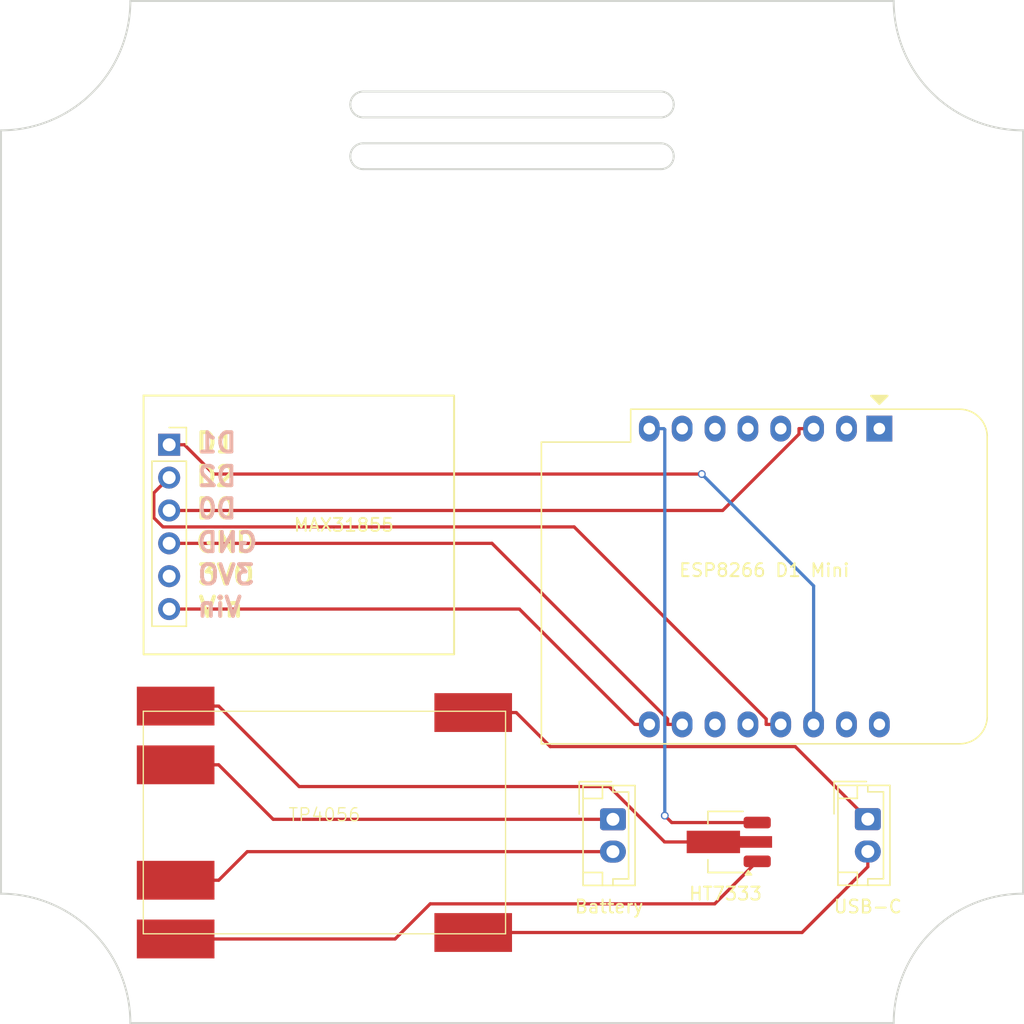
<source format=kicad_pcb>
(kicad_pcb (version 20241229) (generator "pcbnew") (generator_version "9.0")
  (layers (0 "F.Cu" signal) (2 "B.Cu" signal) (13 "F.Paste" user) (15 "B.Paste" user) (5 "F.SilkS" user "F.Silkscreen") (7 "B.SilkS" user "B.Silkscreen") (1 "F.Mask" user) (3 "B.Mask" user) (25 "Edge.Cuts" user))
  (net 0 "")
  (net 1 "Net-(J1-Battery_+)")
  (net 2 "Net-(J1-Battery_-)")
  (net 3 "Net-(J2-Vin+)")
  (net 4 "Net-(J2-Vin-)")
  (net 5 "Net-(M1-Vout-)")
  (net 6 "Net-(M1-Vout+)")
  (net 7 "Net-(U1-VOUT)")
  (net 8 "Net-(J3-GND)")
  (net 18 "Net-(J3-VIN)")
  (net 19 "Net-(J3-D0_DO)")
  (net 20 "Net-(J3-D2_CS)")
  (net 22 "Net-(J3-D1_CLK)")
  (footprint "Connector_JST:JST_EH_B2B-EH-A_1x02_P2.50mm_Vertical" (layer "F.Cu") (at 177 103.24 -90)
    (property "Reference" "USB-C" (at 6.76 0 0) (layer "F.SilkS"))
    (property "Value" "USB-C_Conn")
    (fp_line (start -2.91 2.61) (end -0.41 2.61) (stroke (width 0.12)) (layer "F.SilkS"))
    (fp_line (start -2.61 2.31) (end 5.11 2.31) (stroke (width 0.12)) (layer "F.SilkS"))
    (fp_line (start 5.11 2.31) (end 5.11 -1.71) (stroke (width 0.12)) (layer "F.SilkS"))
    (fp_line (start -2.61 0.81) (end -1.61 0.81) (stroke (width 0.12)) (layer "F.SilkS"))
    (fp_line (start -1.61 0.81) (end -1.61 2.31) (stroke (width 0.12)) (layer "F.SilkS"))
    (fp_line (start 4.11 0.81) (end 4.11 2.31) (stroke (width 0.12)) (layer "F.SilkS"))
    (fp_line (start 5.11 0.81) (end 4.11 0.81) (stroke (width 0.12)) (layer "F.SilkS"))
    (fp_line (start -2.91 0.11) (end -2.91 2.61) (stroke (width 0.12)) (layer "F.SilkS"))
    (fp_line (start -2.61 0) (end -2.11 0) (stroke (width 0.12)) (layer "F.SilkS"))
    (fp_line (start -2.11 0) (end -2.11 -1.21) (stroke (width 0.12)) (layer "F.SilkS"))
    (fp_line (start 4.61 0) (end 5.11 0) (stroke (width 0.12)) (layer "F.SilkS"))
    (fp_line (start -2.11 -1.21) (end 4.61 -1.21) (stroke (width 0.12)) (layer "F.SilkS"))
    (fp_line (start 4.61 -1.21) (end 4.61 0) (stroke (width 0.12)) (layer "F.SilkS"))
    (fp_line (start -2.61 -1.71) (end -2.61 2.31) (stroke (width 0.12)) (layer "F.SilkS"))
    (fp_line (start 5.11 -1.71) (end -2.61 -1.71) (stroke (width 0.12)) (layer "F.SilkS"))
    (pad "1" thru_hole roundrect (at 0 0 270) (size 1.7 2) (drill 1) (layers "*.Cu" "*.Mask") (roundrect_rratio 0.147059) (net 4 "Net-(J2-Vin-)"))
    (pad "2" thru_hole oval (at 2.5 0 270) (size 1.7 2) (drill 1) (layers "*.Cu" "*.Mask") (net 3 "Net-(J2-Vin+)"))
  )
  (footprint "RF_Module:WEMOS_D1_mini_light" (layer "F.Cu") (at 177.89 73.055 -90)
    (property "Reference" "ESP8266 D1 Mini" (at 10.945 8.89 180) (layer "F.SilkS"))
    (property "Value" "WEMOS_D1_mini")
    (fp_line (start 1.04 26.12) (end 24.36 26.12) (stroke (width 0.12)) (layer "F.SilkS"))
    (fp_line (start 24.36 26.12) (end 24.36 -6.21) (stroke (width 0.12)) (layer "F.SilkS"))
    (fp_line (start -1.5 19.22) (end 1.04 19.22) (stroke (width 0.12)) (layer "F.SilkS"))
    (fp_line (start -1.5 19.22) (end -1.5 -6.21) (stroke (width 0.12)) (layer "F.SilkS"))
    (fp_line (start 1.04 19.22) (end 1.04 26.12) (stroke (width 0.12)) (layer "F.SilkS"))
    (fp_line (start 22.24 -8.34) (end 0.63 -8.34) (stroke (width 0.12)) (layer "F.SilkS"))
    (fp_arc (start -1.5 -6.21) (mid -0.876137 -7.716137) (end 0.63 -8.34) (stroke (width 0.12)) (layer "F.SilkS"))
    (fp_arc (start 22.23 -8.34) (mid 23.736137 -7.716137) (end 24.36 -6.21) (stroke (width 0.12)) (layer "F.SilkS"))
    (fp_poly (pts (xy -2.54 -0.635) (xy -2.54 0.635) (xy -1.905 0)) (stroke (width 0.15)) (fill yes) (layer "F.SilkS"))
    (pad "1" thru_hole rect (at 0 0 270) (size 2 2) (drill 0.9) (layers "*.Cu" "*.Mask"))
    (pad "2" thru_hole oval (at 0 2.54 270) (size 2 1.6) (drill 0.9) (layers "*.Cu" "*.Mask"))
    (pad "3" thru_hole oval (at 0 5.08 270) (size 2 1.6) (drill 0.9) (layers "*.Cu" "*.Mask") (net 19 "Net-(J3-D0_DO)"))
    (pad "4" thru_hole oval (at 0 7.62 270) (size 2 1.6) (drill 0.9) (layers "*.Cu" "*.Mask"))
    (pad "5" thru_hole oval (at 0 10.16 270) (size 2 1.6) (drill 0.9) (layers "*.Cu" "*.Mask"))
    (pad "6" thru_hole oval (at 0 12.7 270) (size 2 1.6) (drill 0.9) (layers "*.Cu" "*.Mask"))
    (pad "7" thru_hole oval (at 0 15.24 270) (size 2 1.6) (drill 0.9) (layers "*.Cu" "*.Mask"))
    (pad "8" thru_hole oval (at 0 17.78 270) (size 2 1.6) (drill 0.9) (layers "*.Cu" "*.Mask") (net 7 "Net-(U1-VOUT)"))
    (pad "9" thru_hole oval (at 22.86 17.78 270) (size 2 1.6) (drill 0.9) (layers "*.Cu" "*.Mask") (net 18 "Net-(J3-VIN)"))
    (pad "10" thru_hole oval (at 22.86 15.24 270) (size 2 1.6) (drill 0.9) (layers "*.Cu" "*.Mask") (net 8 "Net-(J3-GND)"))
    (pad "11" thru_hole oval (at 22.86 12.7 270) (size 2 1.6) (drill 0.9) (layers "*.Cu" "*.Mask"))
    (pad "12" thru_hole oval (at 22.86 10.16 270) (size 2 1.6) (drill 0.9) (layers "*.Cu" "*.Mask"))
    (pad "13" thru_hole oval (at 22.86 7.62 270) (size 2 1.6) (drill 0.9) (layers "*.Cu" "*.Mask") (net 20 "Net-(J3-D2_CS)"))
    (pad "14" thru_hole oval (at 22.86 5.08 270) (size 2 1.6) (drill 0.9) (layers "*.Cu" "*.Mask") (net 22 "Net-(J3-D1_CLK)"))
    (pad "15" thru_hole oval (at 22.86 2.54 270) (size 2 1.6) (drill 0.9) (layers "*.Cu" "*.Mask"))
    (pad "16" thru_hole oval (at 22.86 0 270) (size 2 1.6) (drill 0.9) (layers "*.Cu" "*.Mask"))
  )
  (footprint "tp4056-module:tp4056-module" (layer "F.Cu") (at 149 94.9 180)
    (property "Reference" "TP4056" (at 14 -8 0) (layer "F.SilkS") (effects (font (thickness 0.1))))
    (property "Value" "~")
    (fp_line (start 28 -17.2) (end 28 0) (stroke (width 0.1)) (layer "F.SilkS"))
    (fp_line (start 0 0) (end 28 0) (stroke (width 0.1)) (layer "F.SilkS"))
    (fp_line (start 0 -17.2) (end 28 -17.2) (stroke (width 0.1)) (layer "F.SilkS"))
    (fp_line (start 0 -17.2) (end 0 0) (stroke (width 0.1)) (layer "F.SilkS"))
    (pad "1" smd rect (at 2.5 -17.1 180) (size 6 3) (layers "F.Cu" "F.Mask" "F.Paste") (net 3 "Net-(J2-Vin+)"))
    (pad "2" smd rect (at 2.5 -0.1 180) (size 6 3) (layers "F.Cu" "F.Mask" "F.Paste") (net 4 "Net-(J2-Vin-)"))
    (pad "3" smd rect (at 25.5 -17.6 180) (size 6 3) (layers "F.Cu" "F.Mask" "F.Paste") (net 6 "Net-(M1-Vout+)"))
    (pad "4" smd rect (at 25.5 0.4 180) (size 6 3) (layers "F.Cu" "F.Mask" "F.Paste") (net 5 "Net-(M1-Vout-)"))
    (pad "5" smd rect (at 25.5 -13.06 180) (size 6 3) (layers "F.Cu" "F.Mask" "F.Paste") (net 1 "Net-(J1-Battery_+)"))
    (pad "6" smd rect (at 25.5 -4.14 180) (size 6 3) (layers "F.Cu" "F.Mask" "F.Paste") (net 2 "Net-(J1-Battery_-)"))
  )
  (footprint "Connector_JST:JST_EH_B2B-EH-A_1x02_P2.50mm_Vertical" (layer "F.Cu") (at 157.3 103.25 -90)
    (property "Reference" "Battery" (at 6.75 0.3 180) (layer "F.SilkS"))
    (property "Value" "Battery_Conn")
    (fp_line (start -2.91 2.61) (end -0.41 2.61) (stroke (width 0.12)) (layer "F.SilkS"))
    (fp_line (start -2.61 2.31) (end 5.11 2.31) (stroke (width 0.12)) (layer "F.SilkS"))
    (fp_line (start 5.11 2.31) (end 5.11 -1.71) (stroke (width 0.12)) (layer "F.SilkS"))
    (fp_line (start -2.61 0.81) (end -1.61 0.81) (stroke (width 0.12)) (layer "F.SilkS"))
    (fp_line (start -1.61 0.81) (end -1.61 2.31) (stroke (width 0.12)) (layer "F.SilkS"))
    (fp_line (start 4.11 0.81) (end 4.11 2.31) (stroke (width 0.12)) (layer "F.SilkS"))
    (fp_line (start 5.11 0.81) (end 4.11 0.81) (stroke (width 0.12)) (layer "F.SilkS"))
    (fp_line (start -2.91 0.11) (end -2.91 2.61) (stroke (width 0.12)) (layer "F.SilkS"))
    (fp_line (start -2.61 0) (end -2.11 0) (stroke (width 0.12)) (layer "F.SilkS"))
    (fp_line (start -2.11 0) (end -2.11 -1.21) (stroke (width 0.12)) (layer "F.SilkS"))
    (fp_line (start 4.61 0) (end 5.11 0) (stroke (width 0.12)) (layer "F.SilkS"))
    (fp_line (start -2.11 -1.21) (end 4.61 -1.21) (stroke (width 0.12)) (layer "F.SilkS"))
    (fp_line (start 4.61 -1.21) (end 4.61 0) (stroke (width 0.12)) (layer "F.SilkS"))
    (fp_line (start -2.61 -1.71) (end -2.61 2.31) (stroke (width 0.12)) (layer "F.SilkS"))
    (fp_line (start 5.11 -1.71) (end -2.61 -1.71) (stroke (width 0.12)) (layer "F.SilkS"))
    (pad "1" thru_hole roundrect (at 0 0 270) (size 1.7 2) (drill 1) (layers "*.Cu" "*.Mask") (roundrect_rratio 0.147059) (net 2 "Net-(J1-Battery_-)"))
    (pad "2" thru_hole oval (at 2.5 0 270) (size 1.7 2) (drill 1) (layers "*.Cu" "*.Mask") (net 1 "Net-(J1-Battery_+)"))
  )
  (footprint "Package_TO_SOT_SMD:SOT-89-3_Handsoldering" (layer "F.Cu") (at 166 105 180)
    (property "Reference" "HT7333" (at 0 -4 0) (layer "F.SilkS"))
    (property "Value" "HT7333")
    (fp_line (start 1.36 2.36) (end -1.36 2.36) (stroke (width 0.12)) (layer "F.SilkS"))
    (fp_line (start 1.36 1.38) (end 1.36 2.36) (stroke (width 0.12)) (layer "F.SilkS"))
    (fp_line (start 1.36 -1.38) (end 1.36 -2.36) (stroke (width 0.12)) (layer "F.SilkS"))
    (fp_line (start -1.22 -2.36) (end 1.36 -2.36) (stroke (width 0.12)) (layer "F.SilkS"))
    (fp_line (start -1.36 -2.36) (end 1.36 -2.36) (stroke (width 0.12)) (layer "F.SilkS"))
    (fp_poly (pts (xy -1.77 -2.21) (xy -2.01 -2.54) (xy -1.53 -2.54) (xy -1.77 -2.21)) (stroke (width 0.12)) (fill yes) (layer "F.SilkS"))
    (pad "1" smd roundrect (at -2.45 -1.5 180) (size 2.1 0.9) (layers "F.Cu" "F.Mask" "F.Paste") (net 6 "Net-(M1-Vout+)"))
    (pad "2" smd custom (at -2.3625 0 180) (size 2.475 0.9) (layers "F.Cu" "F.Mask" "F.Paste") (net 5 "Net-(M1-Vout-)") (options (clearance outline) (anchor rect)) (primitives (gr_poly (pts (xy 5.3625 0.8665) (xy 1.2375 0.8665) (xy 1.2375 -0.8665) (xy 5.3625 -0.8665)) (width 0) (fill yes))))
    (pad "3" smd roundrect (at -2.45 1.5 180) (size 2.1 0.9) (layers "F.Cu" "F.Mask" "F.Paste") (net 7 "Net-(U1-VOUT)"))
  )
  (footprint "Connector_PinSocket_2.54mm:PinSocket_1x06_P2.54mm_Vertical" (layer "F.Cu") (at 123 74.3)
    (property "Reference" "MAX31855" (at 13.5 6.2 0) (layer "F.SilkS"))
    (property "Value" "MAX31855")
    (fp_line (start -1.33 1.27) (end -1.33 14.03) (stroke (width 0.12)) (layer "F.SilkS"))
    (fp_line (start -1.33 1.27) (end 1.33 1.27) (stroke (width 0.12)) (layer "F.SilkS"))
    (fp_line (start -1.33 14.03) (end 1.33 14.03) (stroke (width 0.12)) (layer "F.SilkS"))
    (fp_line (start 0 -1.33) (end 1.33 -1.33) (stroke (width 0.12)) (layer "F.SilkS"))
    (fp_line (start 1.33 -1.33) (end 1.33 0) (stroke (width 0.12)) (layer "F.SilkS"))
    (fp_line (start 1.33 1.27) (end 1.33 14.03) (stroke (width 0.12)) (layer "F.SilkS"))
    (pad "1" thru_hole rect (at 0 0) (size 1.7 1.7) (drill 1) (layers "*.Cu" "*.Mask") (net 22 "Net-(J3-D1_CLK)"))
    (pad "2" thru_hole circle (at 0 2.54) (size 1.7 1.7) (drill 1) (layers "*.Cu" "*.Mask") (net 20 "Net-(J3-D2_CS)"))
    (pad "3" thru_hole circle (at 0 5.08) (size 1.7 1.7) (drill 1) (layers "*.Cu" "*.Mask") (net 19 "Net-(J3-D0_DO)"))
    (pad "4" thru_hole circle (at 0 7.62) (size 1.7 1.7) (drill 1) (layers "*.Cu" "*.Mask") (net 8 "Net-(J3-GND)"))
    (pad "5" thru_hole circle (at 0 10.16) (size 1.7 1.7) (drill 1) (layers "*.Cu" "*.Mask"))
    (pad "6" thru_hole circle (at 0 12.7) (size 1.7 1.7) (drill 1) (layers "*.Cu" "*.Mask") (net 18 "Net-(J3-VIN)"))
  )
  (gr_rect (start 121.02325 70.5) (end 145.02325 90.5) (stroke (width 0.15)) (fill no) (layer "F.SilkS"))
  (gr_arc (start 189 50) (mid 181.928932 47.071068) (end 179.000001 40) (stroke (width 0.15)) (layer "Edge.Cuts"))
  (gr_line (start 110 109) (end 110 50) (stroke (width 0.15)) (layer "Edge.Cuts"))
  (gr_arc (start 137 52) (mid 137.292893 51.292893) (end 138 51) (stroke (width 0.15)) (layer "Edge.Cuts"))
  (gr_arc (start 162 48) (mid 161.707107 48.707107) (end 161 49) (stroke (width 0.15)) (layer "Edge.Cuts"))
  (gr_arc (start 161 51) (mid 161.707107 51.292893) (end 162 52) (stroke (width 0.15)) (layer "Edge.Cuts"))
  (gr_arc (start 179 119) (mid 181.928932 111.928932) (end 189 109) (stroke (width 0.15)) (layer "Edge.Cuts"))
  (gr_line (start 120 40) (end 179.000001 40) (stroke (width 0.15)) (layer "Edge.Cuts"))
  (gr_arc (start 138 53) (mid 137.292893 52.707107) (end 137 52) (stroke (width 0.15)) (layer "Edge.Cuts"))
  (gr_line (start 138 47) (end 161 47) (stroke (width 0.15)) (layer "Edge.Cuts"))
  (gr_arc (start 138 49) (mid 137.292893 48.707107) (end 137 48) (stroke (width 0.15)) (layer "Edge.Cuts"))
  (gr_arc (start 162 52) (mid 161.707107 52.707107) (end 161 53) (stroke (width 0.15)) (layer "Edge.Cuts"))
  (gr_arc (start 137 48) (mid 137.292893 47.292893) (end 138 47) (stroke (width 0.15)) (layer "Edge.Cuts"))
  (gr_line (start 120 119) (end 179 119) (stroke (width 0.15)) (layer "Edge.Cuts"))
  (gr_line (start 161 49) (end 138 49) (stroke (width 0.15)) (layer "Edge.Cuts"))
  (gr_arc (start 110 109) (mid 117.071068 111.928932) (end 120 119) (stroke (width 0.15)) (layer "Edge.Cuts"))
  (gr_arc (start 120 40) (mid 117.071068 47.071068) (end 110 50) (stroke (width 0.15)) (layer "Edge.Cuts"))
  (gr_line (start 188.999999 49.999999) (end 188.999999 109.000001) (stroke (width 0.15)) (layer "Edge.Cuts"))
  (gr_arc (start 161 47) (mid 161.707107 47.292893) (end 162 48) (stroke (width 0.15)) (layer "Edge.Cuts"))
  (gr_line (start 138 51) (end 161 51) (stroke (width 0.15)) (layer "Edge.Cuts"))
  (gr_line (start 161 53) (end 138 53) (stroke (width 0.15)) (layer "Edge.Cuts"))
  (gr_text "GND" (at 127.4 81.85 0) (layer "F.SilkS") (effects (font (size 1.5 1.5) (thickness 0.3))))
  (gr_text "D1" (at 126.6 74.15 0) (layer "F.SilkS") (effects (font (size 1.5 1.5) (thickness 0.3))))
  (gr_text "3VO" (at 127.4 84.35 0) (layer "F.SilkS") (effects (font (size 1.5 1.5) (thickness 0.3))))
  (gr_text "D2" (at 126.6 76.75 0) (layer "F.SilkS") (effects (font (size 1.5 1.5) (thickness 0.3))))
  (gr_text "Vin" (at 127 86.85 0) (layer "F.SilkS") (effects (font (size 1.5 1.5) (thickness 0.3))))
  (gr_text "D0" (at 126.6 79.25 0) (layer "F.SilkS") (effects (font (size 1.5 1.5) (thickness 0.3))))
  (gr_text "D1" (at 126.7 74.15 0) (layer "B.SilkS") (effects (font (size 1.5 1.5) (thickness 0.3)) (justify mirror)))
  (gr_text "D0" (at 126.7 79.25 0) (layer "B.SilkS") (effects (font (size 1.5 1.5) (thickness 0.3)) (justify mirror)))
  (gr_text "Vin" (at 126.9 86.85 0) (layer "B.SilkS") (effects (font (size 1.5 1.5) (thickness 0.3)) (justify mirror)))
  (gr_text "GND" (at 127.5 81.85 0) (layer "B.SilkS") (effects (font (size 1.5 1.5) (thickness 0.3)) (justify mirror)))
  (gr_text "3VO" (at 127.4 84.35 0) (layer "B.SilkS") (effects (font (size 1.5 1.5) (thickness 0.3)) (justify mirror)))
  (gr_text "D2" (at 126.7 76.75 0) (layer "B.SilkS") (effects (font (size 1.5 1.5) (thickness 0.3)) (justify mirror)))
  (segment (start 157.3 105.75) (end 129.037 105.75) (width 0.25) (layer "F.Cu") (net 1))
  (segment (start 123.5 107.96) (end 126.827 107.96) (width 0.25) (layer "F.Cu") (net 1))
  (segment (start 129.037 105.75) (end 126.827 107.96) (width 0.25) (layer "F.Cu") (net 1))
  (segment (start 157.3 103.25) (end 131.037 103.25) (width 0.25) (layer "F.Cu") (net 2))
  (segment (start 131.037 103.25) (end 126.827 99.04) (width 0.25) (layer "F.Cu") (net 2))
  (segment (start 123.5 99.04) (end 126.827 99.04) (width 0.25) (layer "F.Cu") (net 2))
  (segment (start 171.917 112) (end 146.5 112) (width 0.25) (layer "F.Cu") (net 3))
  (segment (start 177 106.917) (end 171.917 112) (width 0.25) (layer "F.Cu") (net 3))
  (segment (start 177 105.74) (end 177 106.917) (width 0.25) (layer "F.Cu") (net 3))
  (segment (start 171.39 97.6302) (end 177 103.24) (width 0.25) (layer "F.Cu") (net 4))
  (segment (start 149.827 95) (end 152.457 97.6302) (width 0.25) (layer "F.Cu") (net 4))
  (segment (start 152.457 97.6302) (end 171.39 97.6302) (width 0.25) (layer "F.Cu") (net 4))
  (segment (start 146.5 95) (end 149.827 95) (width 0.25) (layer "F.Cu") (net 4))
  (segment (start 133.044 100.718) (end 126.827 94.5) (width 0.25) (layer "F.Cu") (net 5))
  (segment (start 168.362 105) (end 161.292 105) (width 0.25) (layer "F.Cu") (net 5))
  (segment (start 168.3625 105) (end 168.362 105) (width 0.25) (layer "F.Cu") (net 5))
  (segment (start 161.292 105) (end 157.01 100.718) (width 0.25) (layer "F.Cu") (net 5))
  (segment (start 157.01 100.718) (end 133.044 100.718) (width 0.25) (layer "F.Cu") (net 5))
  (segment (start 123.5 94.5) (end 126.827 94.5) (width 0.25) (layer "F.Cu") (net 5))
  (segment (start 165.165 109.785) (end 143.175 109.785) (width 0.25) (layer "F.Cu") (net 6))
  (segment (start 140.46 112.5) (end 123.5 112.5) (width 0.25) (layer "F.Cu") (net 6))
  (segment (start 168.45 106.5) (end 165.165 109.785) (width 0.25) (layer "F.Cu") (net 6))
  (segment (start 143.175 109.785) (end 140.46 112.5) (width 0.25) (layer "F.Cu") (net 6))
  (segment (start 168.45 103.5) (end 161.841 103.5) (width 0.25) (layer "F.Cu") (net 7))
  (segment (start 161.841 103.5) (end 161.307 102.966) (width 0.25) (layer "F.Cu") (net 7))
  (via (at 161.307 102.966) (size 0.6) (drill 0.4) (layers "F.Cu" "B.Cu") (net 7))
  (segment (start 161.307 102.966) (end 161.307 73.1255) (width 0.25) (layer "B.Cu") (net 7))
  (segment (start 161.307 73.1255) (end 161.237 73.055) (width 0.25) (layer "B.Cu") (net 7))
  (segment (start 160.11 73.055) (end 161.237 73.055) (width 0.25) (layer "B.Cu") (net 7))
  (segment (start 162.65 95.915) (end 161.523 95.915) (width 0.25) (layer "F.Cu") (net 8))
  (segment (start 161.523 95.4944) (end 161.523 95.915) (width 0.25) (layer "F.Cu") (net 8))
  (segment (start 147.949 81.92) (end 161.523 95.4944) (width 0.25) (layer "F.Cu") (net 8))
  (segment (start 123 81.92) (end 147.949 81.92) (width 0.25) (layer "F.Cu") (net 8))
  (segment (start 123 87) (end 150.068 87) (width 0.25) (layer "F.Cu") (net 18))
  (segment (start 150.068 87) (end 158.983 95.915) (width 0.25) (layer "F.Cu") (net 18))
  (segment (start 160.11 95.915) (end 158.983 95.915) (width 0.25) (layer "F.Cu") (net 18))
  (segment (start 165.781 79.38) (end 123 79.38) (width 0.25) (layer "F.Cu") (net 19))
  (segment (start 172.81 73.055) (end 171.683 73.055) (width 0.25) (layer "F.Cu") (net 19))
  (segment (start 171.683 73.055) (end 171.683 73.4775) (width 0.25) (layer "F.Cu") (net 19))
  (segment (start 171.683 73.4775) (end 165.781 79.38) (width 0.25) (layer "F.Cu") (net 19))
  (segment (start 169.143 95.4925) (end 169.143 95.915) (width 0.25) (layer "F.Cu") (net 20))
  (segment (start 154.301 80.65) (end 169.143 95.4925) (width 0.25) (layer "F.Cu") (net 20))
  (segment (start 122.519 80.65) (end 154.301 80.65) (width 0.25) (layer "F.Cu") (net 20))
  (segment (start 170.27 95.915) (end 169.143 95.915) (width 0.25) (layer "F.Cu") (net 20))
  (segment (start 123 76.84) (end 121.816 78.024) (width 0.25) (layer "F.Cu") (net 20))
  (segment (start 121.816 78.024) (end 121.816 79.9472) (width 0.25) (layer "F.Cu") (net 20))
  (segment (start 121.816 79.9472) (end 122.519 80.65) (width 0.25) (layer "F.Cu") (net 20))
  (segment (start 123 74.3) (end 124.177 74.3) (width 0.25) (layer "F.Cu") (net 22))
  (segment (start 126.442 76.5657) (end 124.177 74.3) (width 0.25) (layer "F.Cu") (net 22))
  (segment (start 164.168 76.5657) (end 126.442 76.5657) (width 0.25) (layer "F.Cu") (net 22))
  (via (at 164.168 76.5657) (size 0.6) (drill 0.4) (layers "F.Cu" "B.Cu") (net 22))
  (segment (start 172.81 85.2078) (end 164.168 76.5657) (width 0.25) (layer "B.Cu") (net 22))
  (segment (start 172.81 95.915) (end 172.81 85.2078) (width 0.25) (layer "B.Cu") (net 22))
)
</source>
